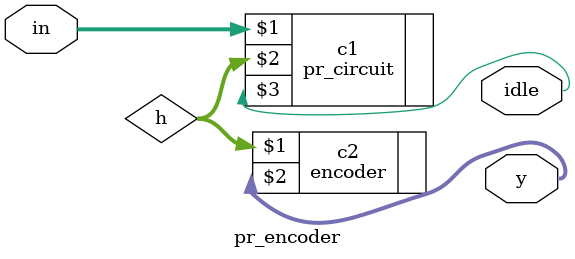
<source format=v>
module pr_encoder(in,idle,y);
input [7:0]in;
output[2:0]y;
output idle;
wire [7:0]h;
pr_circuit c1(in,h,idle);
encoder c2(h,y);
endmodule

</source>
